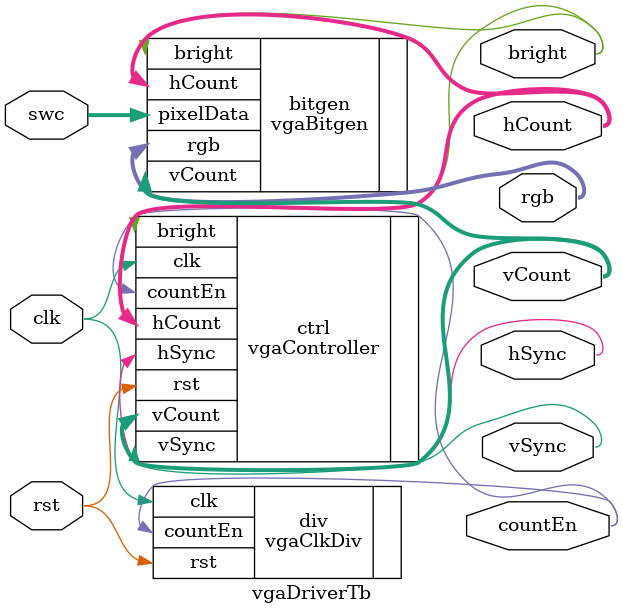
<source format=v>
`timescale 1ns / 1ps


module vgaDriverTb(clk, rst, swc, hSync, vSync, rgb, countEn, bright, hCount, vCount);

input wire clk, rst;
input  wire [2:0] swc;
output wire [2:0] rgb;
output wire hSync, vSync;

output wire countEn, bright;
output wire [9:0] hCount, vCount;

vgaClkDiv div (.clk(clk), .rst(rst), .countEn(countEn));

vgaController ctrl (.clk(clk), .rst(rst), .countEn(countEn), .hSync(hSync), .vSync(vSync), 
														.bright(bright), .hCount(hCount), .vCount(vCount));
									
vgaBitgen bitgen (.bright(bright), .pixelData(swc), .hCount(hCount), .vCount(vCount), .rgb(rgb));

endmodule
</source>
